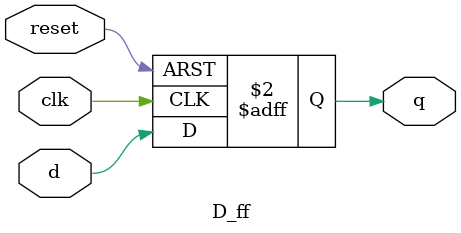
<source format=v>
`timescale 1ns / 1ps


module D_ff(q, d, clk, reset);
    input d, clk, reset;
    output q;
    reg q;
    always@(negedge clk, posedge reset)
    if(reset)
        q <= 1'b0;
    else
        q <= d;     
endmodule

</source>
